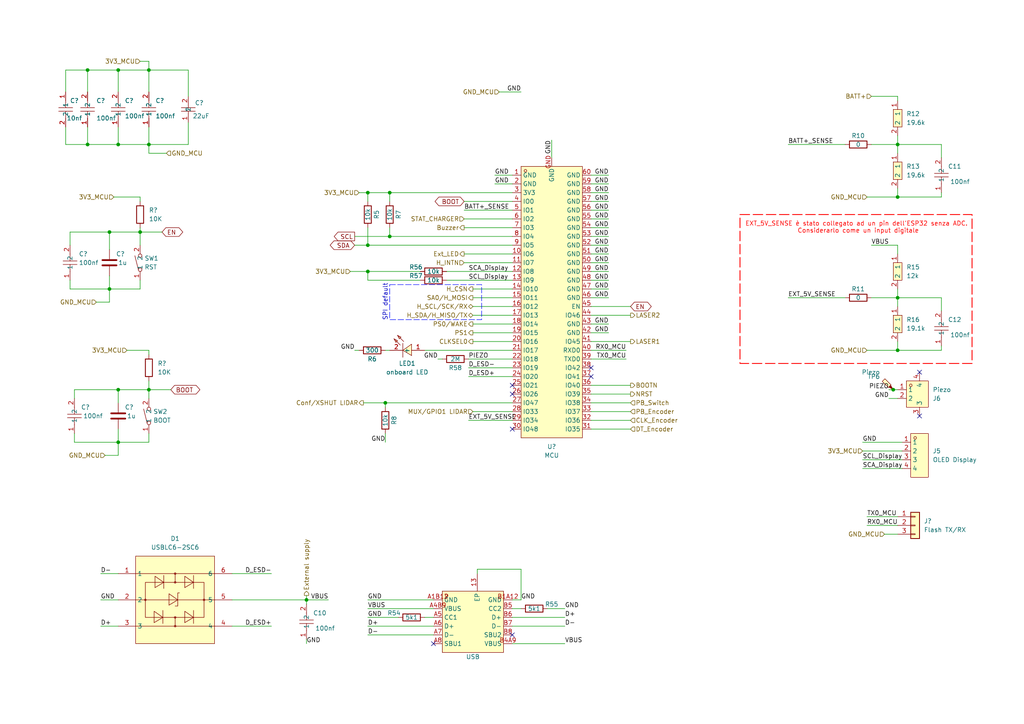
<source format=kicad_sch>
(kicad_sch (version 20250114) (generator "eeschema") (generator_version "9.0")
  (paper "A4")
  (lib_symbols
    (symbol "Connector:TestPoint_Probe" (pin_numbers (hide yes)) (pin_names (offset 0.762) (hide yes))
      (property "Reference" "TP" (at 1.651 5.842 0))
      (property "Value" "TestPoint_Probe" (at 1.651 4.064 0))
      (symbol "TestPoint_Probe_0_1"
        (polyline (pts (xy 1.27 0.762) (xy 0 0) (xy 0.762 1.27) (xy 1.27 0.762)) (fill (type outline)))
        (polyline (pts (xy 1.397 0.635) (xy 0.635 1.397) (xy 2.413 3.175) (xy 3.175 2.413) (xy 1.397 0.635)) (fill (type background)))
      )
      (symbol "TestPoint_Probe_1_1"
        (pin passive line (at 0 0 90) (length 0) (name "1") (number "1"))
      )
    )
    (symbol "Connector_Generic:Conn_01x03" (pin_names (offset 1.016) (hide yes))
      (property "Reference" "J" (at 0 5.08 0))
      (property "Value" "Conn_01x03" (at 0 -5.08 0))
      (symbol "Conn_01x03_1_1"
        (rectangle (start -1.27 3.81) (end 1.27 -3.81) (stroke (width 0.254)) (fill (type background)))
        (rectangle (start -1.27 2.667) (end 0 2.413) (stroke (width 0.1524)))
        (rectangle (start -1.27 0.127) (end 0 -0.127) (stroke (width 0.1524)))
        (rectangle (start -1.27 -2.413) (end 0 -2.667) (stroke (width 0.1524)))
        (pin passive line (at -5.08 2.54 0) (length 3.81) (name "Pin_1") (number "1"))
        (pin passive line (at -5.08 0 0) (length 3.81) (name "Pin_2") (number "2"))
        (pin passive line (at -5.08 -2.54 0) (length 3.81) (name "Pin_3") (number "3"))
      )
    )
    (symbol "Device:C" (pin_numbers (hide yes)) (pin_names (offset 0.254))
      (property "Reference" "C" (at 0.635 2.54 0))
      (property "Value" "C" (at 0.635 -2.54 0))
      (symbol "C_0_1"
        (polyline (pts (xy -2.032 0.762) (xy 2.032 0.762)) (stroke (width 0.508)))
        (polyline (pts (xy -2.032 -0.762) (xy 2.032 -0.762)) (stroke (width 0.508)))
      )
      (symbol "C_1_1"
        (pin passive line (at 0 3.81 270) (length 2.794) (name "~") (number "1"))
        (pin passive line (at 0 -3.81 90) (length 2.794) (name "~") (number "2"))
      )
    )
    (symbol "Device:R" (pin_numbers (hide yes)) (pin_names (offset 0))
      (property "Reference" "R" (at 2.032 0 90))
      (property "Value" "R" (at 0 0 90))
      (symbol "R_0_1"
        (rectangle (start -1.016 -2.54) (end 1.016 2.54) (stroke (width 0.254)))
      )
      (symbol "R_1_1"
        (pin passive line (at 0 3.81 270) (length 1.27) (name "~") (number "1"))
        (pin passive line (at 0 -3.81 90) (length 1.27) (name "~") (number "2"))
      )
    )
    (symbol "FC-2012HRK-620D_1"
      (property "Reference" "LED" (at 0 5.08 0))
      (property "Value" "FC-2012HRK-620D" (at 0 -5.08 0))
      (symbol "FC-2012HRK-620D_1_0_1"
        (polyline (pts (xy -3.81 3.3) (xy -2.79 2.79) (xy -3.3 2.29) (xy -3.81 3.3)) (fill (type background)))
        (polyline (pts (xy -2.79 4.32) (xy -1.78 3.81) (xy -2.29 3.3) (xy -2.79 4.32)) (fill (type background)))
        (polyline (pts (xy -2.03 1.52) (xy -3.81 3.3)))
        (polyline (pts (xy -1.27 2.03) (xy -1.27 -2.03)))
        (polyline (pts (xy -1.02 2.54) (xy -2.79 4.32)))
        (polyline (pts (xy 1.27 -1.52) (xy -1.27 0) (xy 1.27 1.78) (xy 1.27 -1.52)) (fill (type background)))
        (pin unspecified line (at -5.08 0 0) (length 3.81) (name "-") (number "2"))
        (pin unspecified line (at 5.08 0 180) (length 3.81) (name "+") (number "1"))
      )
    )
    (symbol "easyeda2kicad:RT0603BRD07124KL"
      (property "Reference" "U" (at 0 5.08 0))
      (property "Value" "RT0603BRD07124KL" (at 0 -5.08 0))
      (symbol "RT0603BRD07124KL_0_1"
        (rectangle (start -2.54 1.27) (end 2.54 -1.27) (fill (type background)))
        (pin unspecified line (at -5.08 0 0) (length 2.54) (name "1") (number "1"))
        (pin unspecified line (at 5.08 0 180) (length 2.54) (name "2") (number "2"))
      )
    )
    (symbol "easyeda2kicad:RT0603BRD0719K6L"
      (property "Reference" "R" (at 0 5.08 0))
      (property "Value" "RT0603BRD0719K6L" (at 0 -5.08 0))
      (symbol "RT0603BRD0719K6L_0_1"
        (rectangle (start -2.54 1.27) (end 2.54 -1.27) (fill (type background)))
        (pin unspecified line (at -5.08 0 0) (length 2.54) (name "1") (number "1"))
        (pin unspecified line (at 5.08 0 180) (length 2.54) (name "2") (number "2"))
      )
    )
    (symbol "easyeda2kicad:TYPEC-304-ACP16"
      (property "Reference" "USB" (at 0 17.78 0))
      (property "Value" "TYPEC-304-ACP16" (at 0 -12.7 0))
      (symbol "TYPEC-304-ACP16_0_1"
        (rectangle (start -7.62 7.62) (end 10.16 -10.16) (fill (type background)))
        (circle (center -6.35 6.35) (radius 0.38))
        (pin unspecified line (at -10.16 5.08 0) (length 2.54) (name "GND") (number "A1B12"))
        (pin unspecified line (at -10.16 2.54 0) (length 2.54) (name "VBUS") (number "A4B9"))
        (pin unspecified line (at -10.16 0 0) (length 2.54) (name "CC1") (number "A5"))
        (pin unspecified line (at -10.16 -2.54 0) (length 2.54) (name "D+") (number "A6"))
        (pin unspecified line (at -10.16 -5.08 0) (length 2.54) (name "D-") (number "A7"))
        (pin unspecified line (at -10.16 -7.62 0) (length 2.54) (name "SBU1") (number "A8"))
        (pin unspecified line (at 2.54 12.7 270) (length 5.08) (name "EP") (number "13"))
        (pin unspecified line (at 12.7 5.08 180) (length 2.54) (name "GND") (number "B1A12"))
        (pin unspecified line (at 12.7 2.54 180) (length 2.54) (name "CC2") (number "B5"))
        (pin unspecified line (at 12.7 0 180) (length 2.54) (name "D+") (number "B6"))
        (pin unspecified line (at 12.7 -2.54 180) (length 2.54) (name "D-") (number "B7"))
        (pin unspecified line (at 12.7 -5.08 180) (length 2.54) (name "SBU2") (number "B8"))
        (pin unspecified line (at 12.7 -7.62 180) (length 2.54) (name "VBUS") (number "B4A9"))
      )
    )
    (symbol "easyeda2kicad:UK-B0273-SP25Y"
      (property "Reference" "SW" (at 0 5.08 0))
      (property "Value" "UK-B0273-SP25Y" (at 0 -5.08 0))
      (symbol "UK-B0273-SP25Y_0_1"
        (circle (center -2.03 0) (radius 0.51))
        (polyline (pts (xy 2.03 1.52) (xy -2.03 0.51)))
        (circle (center 2.03 0) (radius 0.51))
        (pin unspecified line (at -5.08 0 0) (length 2.54) (name "1") (number "1"))
        (pin unspecified line (at 5.08 0 180) (length 2.54) (name "2") (number "2"))
      )
    )
    (symbol "easyeda2kicad:WAFER-MX1.25-2PWB"
      (property "Reference" "U" (at 0 11.43 0))
      (property "Value" "WAFER-MX1.25-2PWB" (at 0 -11.43 0))
      (symbol "WAFER-MX1.25-2PWB_0_1"
        (rectangle (start -1.27 3.81) (end 5.08 -3.81) (fill (type background)))
        (circle (center 0 2.54) (radius 0.38))
        (pin unspecified line (at -3.81 1.27 0) (length 2.54) (name "1") (number "1"))
        (pin unspecified line (at -3.81 -1.27 0) (length 2.54) (name "2") (number "2"))
        (pin unspecified line (at 2.54 6.35 270) (length 2.54) (name "4") (number "4"))
        (pin unspecified line (at 2.54 -6.35 90) (length 2.54) (name "3") (number "3"))
      )
    )
    (symbol "easyeda2kicad:WAFER-MX1.25-4PZZ-R62"
      (property "Reference" "CN" (at 0 8.89 0))
      (property "Value" "WAFER-MX1.25-4PZZ-R62" (at 0 -8.89 0))
      (symbol "WAFER-MX1.25-4PZZ-R62_0_1"
        (rectangle (start -2.54 6.35) (end 2.54 -6.35) (fill (type background)))
        (circle (center -1.27 5.08) (radius 0.38))
        (pin unspecified line (at -5.08 3.81 0) (length 2.54) (name "1") (number "1"))
        (pin unspecified line (at -5.08 1.27 0) (length 2.54) (name "2") (number "2"))
        (pin unspecified line (at -5.08 -1.27 0) (length 2.54) (name "3") (number "3"))
        (pin unspecified line (at -5.08 -3.81 0) (length 2.54) (name "4") (number "4"))
      )
    )
    (symbol "jlcpcb_parts:CC0603KRX7R9BB104"
      (property "Reference" "C" (at 0 5.08 0))
      (property "Value" "CC0603KRX7R9BB104" (at 0 -5.08 0))
      (symbol "CC0603KRX7R9BB104_0_1"
        (polyline (pts (xy -0.51 0) (xy -2.54 0)))
        (polyline (pts (xy -0.51 -2.03) (xy -0.51 2.03)))
        (polyline (pts (xy 0.51 2.03) (xy 0.51 -2.03)))
        (polyline (pts (xy 2.54 0) (xy 0.51 0)))
        (pin unspecified line (at -5.08 0 0) (length 2.54) (name "1") (number "1"))
        (pin unspecified line (at 5.08 0 180) (length 2.54) (name "2") (number "2"))
      )
    )
    (symbol "jlcpcb_parts:CL31A226KAHNNNE"
      (property "Reference" "C" (at 0 5.08 0))
      (property "Value" "CL31A226KAHNNNE" (at 0 -5.08 0))
      (symbol "CL31A226KAHNNNE_0_1"
        (polyline (pts (xy -1.27 0) (xy -0.51 0)))
        (polyline (pts (xy -0.51 2.03) (xy -0.51 -2.03)))
        (polyline (pts (xy 0.51 2.03) (xy 0.51 -2.03)))
        (polyline (pts (xy 0.51 0) (xy 1.27 0)))
        (pin input line (at -3.81 0 0) (length 2.54) (name "1") (number "1"))
        (pin input line (at 3.81 0 180) (length 2.54) (name "2") (number "2"))
      )
    )
    (symbol "jlcpcb_parts:ESP32-S3-MINI-1-N4R2"
      (property "Reference" "U" (at 0 45.72 0))
      (property "Value" "ESP32-S3-MINI-1-N4R2" (at 0 -43.18 0))
      (symbol "ESP32-S3-MINI-1-N4R2_0_1"
        (rectangle (start -8.89 38.1) (end 8.89 -40.64) (fill (type background)))
        (circle (center -7.62 36.83) (radius 0.38))
        (pin unspecified line (at -11.43 35.56 0) (length 2.54) (name "GND") (number "1"))
        (pin unspecified line (at -11.43 33.02 0) (length 2.54) (name "GND") (number "2"))
        (pin unspecified line (at -11.43 30.48 0) (length 2.54) (name "3V3") (number "3"))
        (pin unspecified line (at -11.43 27.94 0) (length 2.54) (name "IO0") (number "4"))
        (pin unspecified line (at -11.43 25.4 0) (length 2.54) (name "IO1") (number "5"))
        (pin unspecified line (at -11.43 22.86 0) (length 2.54) (name "IO2") (number "6"))
        (pin unspecified line (at -11.43 20.32 0) (length 2.54) (name "IO3") (number "7"))
        (pin unspecified line (at -11.43 17.78 0) (length 2.54) (name "IO4") (number "8"))
        (pin unspecified line (at -11.43 15.24 0) (length 2.54) (name "IO5") (number "9"))
        (pin unspecified line (at -11.43 12.7 0) (length 2.54) (name "IO6") (number "10"))
        (pin unspecified line (at -11.43 10.16 0) (length 2.54) (name "IO7") (number "11"))
        (pin unspecified line (at -11.43 7.62 0) (length 2.54) (name "IO8") (number "12"))
        (pin unspecified line (at -11.43 5.08 0) (length 2.54) (name "IO9") (number "13"))
        (pin unspecified line (at -11.43 2.54 0) (length 2.54) (name "IO10") (number "14"))
        (pin unspecified line (at -11.43 0 0) (length 2.54) (name "IO11") (number "15"))
        (pin unspecified line (at -11.43 -2.54 0) (length 2.54) (name "IO12") (number "16"))
        (pin unspecified line (at -11.43 -5.08 0) (length 2.54) (name "IO13") (number "17"))
        (pin unspecified line (at -11.43 -7.62 0) (length 2.54) (name "IO14") (number "18"))
        (pin unspecified line (at -11.43 -10.16 0) (length 2.54) (name "IO15") (number "19"))
        (pin unspecified line (at -11.43 -12.7 0) (length 2.54) (name "IO16") (number "20"))
        (pin unspecified line (at -11.43 -15.24 0) (length 2.54) (name "IO17") (number "21"))
        (pin unspecified line (at -11.43 -17.78 0) (length 2.54) (name "IO18") (number "22"))
        (pin unspecified line (at -11.43 -20.32 0) (length 2.54) (name "IO19") (number "23"))
        (pin unspecified line (at -11.43 -22.86 0) (length 2.54) (name "IO20") (number "24"))
        (pin unspecified line (at -11.43 -25.4 0) (length 2.54) (name "IO21") (number "25"))
        (pin unspecified line (at -11.43 -27.94 0) (length 2.54) (name "IO26") (number "26"))
        (pin unspecified line (at -11.43 -30.48 0) (length 2.54) (name "IO47") (number "27"))
        (pin unspecified line (at -11.43 -33.02 0) (length 2.54) (name "IO33") (number "28"))
        (pin unspecified line (at -11.43 -35.56 0) (length 2.54) (name "IO34") (number "29"))
        (pin unspecified line (at -11.43 -38.1 0) (length 2.54) (name "IO48") (number "30"))
        (pin unspecified line (at 0 40.64 270) (length 2.54) (name "GND") (number "GND"))
        (pin unspecified line (at 11.43 35.56 180) (length 2.54) (name "GND") (number "60"))
        (pin unspecified line (at 11.43 33.02 180) (length 2.54) (name "GND") (number "59"))
        (pin unspecified line (at 11.43 30.48 180) (length 2.54) (name "GND") (number "58"))
        (pin unspecified line (at 11.43 27.94 180) (length 2.54) (name "GND") (number "57"))
        (pin unspecified line (at 11.43 25.4 180) (length 2.54) (name "GND") (number "56"))
        (pin unspecified line (at 11.43 22.86 180) (length 2.54) (name "GND") (number "55"))
        (pin unspecified line (at 11.43 20.32 180) (length 2.54) (name "GND") (number "54"))
        (pin unspecified line (at 11.43 17.78 180) (length 2.54) (name "GND") (number "53"))
        (pin unspecified line (at 11.43 15.24 180) (length 2.54) (name "GND") (number "52"))
        (pin unspecified line (at 11.43 12.7 180) (length 2.54) (name "GND") (number "51"))
        (pin unspecified line (at 11.43 10.16 180) (length 2.54) (name "GND") (number "50"))
        (pin unspecified line (at 11.43 7.62 180) (length 2.54) (name "GND") (number "49"))
        (pin unspecified line (at 11.43 5.08 180) (length 2.54) (name "GND") (number "48"))
        (pin unspecified line (at 11.43 2.54 180) (length 2.54) (name "GND") (number "47"))
        (pin unspecified line (at 11.43 0 180) (length 2.54) (name "GND") (number "46"))
        (pin unspecified line (at 11.43 -2.54 180) (length 2.54) (name "EN") (number "45"))
        (pin unspecified line (at 11.43 -5.08 180) (length 2.54) (name "IO46") (number "44"))
        (pin unspecified line (at 11.43 -7.62 180) (length 2.54) (name "GND") (number "43"))
        (pin unspecified line (at 11.43 -10.16 180) (length 2.54) (name "GND") (number "42"))
        (pin unspecified line (at 11.43 -12.7 180) (length 2.54) (name "IO45") (number "41"))
        (pin unspecified line (at 11.43 -15.24 180) (length 2.54) (name "RXD0") (number "40"))
        (pin unspecified line (at 11.43 -17.78 180) (length 2.54) (name "TXD0") (number "39"))
        (pin unspecified line (at 11.43 -20.32 180) (length 2.54) (name "IO42") (number "38"))
        (pin unspecified line (at 11.43 -22.86 180) (length 2.54) (name "IO41") (number "37"))
        (pin unspecified line (at 11.43 -25.4 180) (length 2.54) (name "IO40") (number "36"))
        (pin unspecified line (at 11.43 -27.94 180) (length 2.54) (name "IO39") (number "35"))
        (pin unspecified line (at 11.43 -30.48 180) (length 2.54) (name "IO38") (number "34"))
        (pin unspecified line (at 11.43 -33.02 180) (length 2.54) (name "IO37") (number "33"))
        (pin unspecified line (at 11.43 -35.56 180) (length 2.54) (name "IO36") (number "32"))
        (pin unspecified line (at 11.43 -38.1 180) (length 2.54) (name "IO35") (number "31"))
      )
    )
    (symbol "jlcpcb_parts:USBLC6-2SC6"
      (property "Reference" "D" (at 0 12.7 0))
      (property "Value" "USBLC6-2SC6" (at 0 -12.7 0))
      (symbol "USBLC6-2SC6_0_1"
        (rectangle (start -11.43 12.7) (end 11.43 -12.7) (fill (type background)))
        (polyline (pts (xy -11.43 7.62) (xy 11.43 7.62)))
        (polyline (pts (xy -11.43 0) (xy 11.43 0)))
        (polyline (pts (xy -11.43 -7.62) (xy 11.43 -7.62)))
        (circle (center -8.64 0) (radius 0.25))
        (polyline (pts (xy -8.64 0) (xy -8.64 5.08) (xy 8.38 5.08) (xy 8.38 -5.08) (xy -8.64 -5.08) (xy -8.64 0)) (fill (type background)))
        (polyline (pts (xy -6.1 -6.6) (xy -3.56 -5.08) (xy -6.1 -3.3) (xy -6.1 -6.6)) (fill (type background)))
        (polyline (pts (xy -5.84 3.56) (xy -3.3 5.08) (xy -5.84 6.86) (xy -5.84 3.56)) (fill (type background)))
        (polyline (pts (xy -3.56 -3.05) (xy -3.56 -3.05) (xy -3.56 -6.86) (xy -3.56 -6.86)))
        (polyline (pts (xy -3.3 7.11) (xy -3.3 7.11) (xy -3.3 3.3) (xy -3.3 3.3)))
        (polyline (pts (xy -1.78 -1.52) (xy 0.76 0) (xy -1.78 1.78) (xy -1.78 -1.52)) (fill (type background)))
        (circle (center 0 7.62) (radius 0.25))
        (polyline (pts (xy 0 7.62) (xy 0 5.08)))
        (circle (center 0 5.08) (radius 0.25))
        (circle (center 0 -5.08) (radius 0.25))
        (polyline (pts (xy 0 -7.62) (xy 0 -5.08)))
        (circle (center 0 -7.62) (radius 0.25))
        (polyline (pts (xy 1.27 2.03) (xy 0.76 2.03) (xy 0.76 -1.78) (xy 0 -1.78)))
        (polyline (pts (xy 2.79 3.56) (xy 5.33 5.08) (xy 2.79 6.86) (xy 2.79 3.56)) (fill (type background)))
        (polyline (pts (xy 2.79 -6.6) (xy 5.33 -5.08) (xy 2.79 -3.3) (xy 2.79 -6.6)) (fill (type background)))
        (polyline (pts (xy 5.33 7.11) (xy 5.33 7.11) (xy 5.33 3.3) (xy 5.33 3.3)))
        (polyline (pts (xy 5.33 -3.05) (xy 5.33 -3.05) (xy 5.33 -6.86) (xy 5.33 -6.86)))
        (circle (center 8.38 0) (radius 0.25))
        (pin input line (at -16.51 7.62 0) (length 5.08) (name "1") (number "1"))
        (pin input line (at -16.51 0 0) (length 5.08) (name "2") (number "2"))
        (pin input line (at -16.51 -7.62 0) (length 5.08) (name "3") (number "3"))
        (pin input line (at 16.51 7.62 180) (length 5.08) (name "6") (number "6"))
        (pin input line (at 16.51 0 180) (length 5.08) (name "5") (number "5"))
        (pin input line (at 16.51 -7.62 180) (length 5.08) (name "4") (number "4"))
      )
    )
  )
  (text "SPI default" (at 111.76 87.63 90) (effects (font (size 1.27 1.27))))
  (text "EXT_5V_SENSE è stato collegato ad un pin dell'ESP32 senza ADC. \nConsiderarlo come un input digitale" (at 248.92 66.04 0) (effects (font (size 1.27 1.27))))
  (text_box "" (at 214.63 62.23 0) (size 67.31 43.18) (margins 0.9525 0.9525 0.9525 0.9525) (stroke (width 0.254) (type dash) (color 255 0 0 1)) (effects (font (size 1.27 1.27)) (justify left top)))
  (text_box "" (at 113.03 82.55 0) (size 26.67 10.16) (margins 0.9525 0.9525 0.9525 0.9525) (stroke (width 0) (type dash) (color 0 7 255 1)) (effects (font (size 1.27 1.27)) (justify left top)))
  (junction (at 113.03 68.58))
  (junction (at 111.76 116.84))
  (junction (at 34.29 113.03))
  (junction (at 259.08 113.03))
  (junction (at 43.18 41.91))
  (junction (at 25.4 41.91))
  (junction (at 31.75 83.82))
  (junction (at 43.18 113.03))
  (junction (at 260.35 86.36))
  (junction (at 113.03 55.88))
  (junction (at 88.9 173.99))
  (junction (at 106.68 71.12))
  (junction (at 260.35 41.91))
  (junction (at 34.29 41.91))
  (junction (at 43.18 20.32))
  (junction (at 106.68 55.88))
  (junction (at 31.75 67.31))
  (junction (at 34.29 20.32))
  (junction (at 106.68 78.74))
  (junction (at 40.64 67.31))
  (junction (at 34.29 128.27))
  (junction (at 260.35 101.6))
  (junction (at 260.35 57.15))
  (junction (at 25.4 20.32))
  (no_connect (at 148.59 124.46))
  (no_connect (at 171.45 106.68))
  (no_connect (at 125.73 186.69))
  (no_connect (at 148.59 184.15))
  (no_connect (at 148.59 111.76))
  (no_connect (at 266.7 120.65))
  (no_connect (at 171.45 109.22))
  (no_connect (at 266.7 107.95))
  (no_connect (at 148.59 114.3))
  (wire (pts (xy 25.4 41.91) (xy 34.29 41.91)))
  (wire (pts (xy 251.46 57.15) (xy 260.35 57.15)))
  (wire (pts (xy 106.68 55.88) (xy 106.68 58.42)))
  (wire (pts (xy 34.29 36.83) (xy 34.29 41.91)))
  (wire (pts (xy 34.29 20.32) (xy 34.29 26.67)))
  (wire (pts (xy 29.21 173.99) (xy 34.29 173.99)))
  (wire (pts (xy 43.18 36.83) (xy 43.18 41.91)))
  (wire (pts (xy 101.6 78.74) (xy 106.68 78.74)))
  (wire (pts (xy 129.54 81.28) (xy 148.59 81.28)))
  (wire (pts (xy 33.02 57.15) (xy 40.64 57.15)))
  (wire (pts (xy 135.89 104.14) (xy 148.59 104.14)))
  (wire (pts (xy 273.05 100.33) (xy 273.05 101.6)))
  (wire (pts (xy 40.64 67.31) (xy 46.99 67.31)))
  (wire (pts (xy 135.89 106.68) (xy 148.59 106.68)))
  (wire (pts (xy 19.05 26.67) (xy 19.05 20.32)))
  (wire (pts (xy 34.29 41.91) (xy 43.18 41.91)))
  (wire (pts (xy 88.9 173.99) (xy 95.25 173.99)))
  (wire (pts (xy 88.9 172.72) (xy 88.9 173.99)))
  (wire (pts (xy 20.32 67.31) (xy 31.75 67.31)))
  (wire (pts (xy 21.59 128.27) (xy 21.59 125.73)))
  (wire (pts (xy 250.19 135.89) (xy 261.62 135.89)))
  (wire (pts (xy 31.75 80.01) (xy 31.75 83.82)))
  (wire (pts (xy 260.35 27.94) (xy 260.35 29.21)))
  (wire (pts (xy 171.45 124.46) (xy 182.88 124.46)))
  (wire (pts (xy 137.16 119.38) (xy 148.59 119.38)))
  (wire (pts (xy 260.35 83.82) (xy 260.35 86.36)))
  (wire (pts (xy 134.62 73.66) (xy 148.59 73.66)))
  (wire (pts (xy 40.64 81.28) (xy 40.64 83.82)))
  (wire (pts (xy 111.76 125.73) (xy 111.76 128.27)))
  (wire (pts (xy 176.53 76.2) (xy 171.45 76.2)))
  (wire (pts (xy 30.48 132.08) (xy 34.29 132.08)))
  (wire (pts (xy 25.4 26.67) (xy 25.4 20.32)))
  (wire (pts (xy 273.05 55.88) (xy 273.05 57.15)))
  (wire (pts (xy 134.62 60.96) (xy 148.59 60.96)))
  (wire (pts (xy 34.29 116.84) (xy 34.29 113.03)))
  (wire (pts (xy 27.94 87.63) (xy 31.75 87.63)))
  (wire (pts (xy 40.64 67.31) (xy 40.64 66.04)))
  (wire (pts (xy 250.19 130.81) (xy 261.62 130.81)))
  (wire (pts (xy 273.05 86.36) (xy 273.05 90.17)))
  (wire (pts (xy 260.35 99.06) (xy 260.35 101.6)))
  (wire (pts (xy 176.53 96.52) (xy 171.45 96.52)))
  (wire (pts (xy 137.16 86.36) (xy 148.59 86.36)))
  (wire (pts (xy 106.68 81.28) (xy 106.68 78.74)))
  (wire (pts (xy 260.35 71.12) (xy 260.35 73.66)))
  (wire (pts (xy 19.05 36.83) (xy 19.05 41.91)))
  (wire (pts (xy 260.35 57.15) (xy 273.05 57.15)))
  (wire (pts (xy 106.68 179.07) (xy 115.57 179.07)))
  (wire (pts (xy 144.78 26.67) (xy 151.13 26.67)))
  (wire (pts (xy 29.21 181.61) (xy 34.29 181.61)))
  (wire (pts (xy 137.16 88.9) (xy 148.59 88.9)))
  (wire (pts (xy 135.89 121.92) (xy 148.59 121.92)))
  (wire (pts (xy 182.88 91.44) (xy 171.45 91.44)))
  (wire (pts (xy 29.21 166.37) (xy 34.29 166.37)))
  (wire (pts (xy 176.53 71.12) (xy 171.45 71.12)))
  (wire (pts (xy 181.61 104.14) (xy 171.45 104.14)))
  (wire (pts (xy 129.54 78.74) (xy 148.59 78.74)))
  (wire (pts (xy 176.53 58.42) (xy 171.45 58.42)))
  (wire (pts (xy 25.4 36.83) (xy 25.4 41.91)))
  (wire (pts (xy 171.45 116.84) (xy 182.88 116.84)))
  (wire (pts (xy 138.43 165.1) (xy 151.13 165.1)))
  (wire (pts (xy 148.59 181.61) (xy 163.83 181.61)))
  (wire (pts (xy 43.18 113.03) (xy 49.53 113.03)))
  (wire (pts (xy 252.73 86.36) (xy 260.35 86.36)))
  (wire (pts (xy 251.46 101.6) (xy 260.35 101.6)))
  (wire (pts (xy 138.43 166.37) (xy 138.43 165.1)))
  (wire (pts (xy 102.87 68.58) (xy 113.03 68.58)))
  (wire (pts (xy 163.83 176.53) (xy 158.75 176.53)))
  (wire (pts (xy 252.73 71.12) (xy 260.35 71.12)))
  (wire (pts (xy 31.75 67.31) (xy 40.64 67.31)))
  (wire (pts (xy 106.68 71.12) (xy 148.59 71.12)))
  (wire (pts (xy 54.61 41.91) (xy 54.61 35.56)))
  (wire (pts (xy 123.19 179.07) (xy 125.73 179.07)))
  (wire (pts (xy 106.68 55.88) (xy 113.03 55.88)))
  (wire (pts (xy 31.75 72.39) (xy 31.75 67.31)))
  (wire (pts (xy 40.64 17.78) (xy 43.18 17.78)))
  (wire (pts (xy 88.9 186.69) (xy 88.9 185.42)))
  (wire (pts (xy 143.51 50.8) (xy 148.59 50.8)))
  (wire (pts (xy 176.53 55.88) (xy 171.45 55.88)))
  (wire (pts (xy 251.46 152.4) (xy 260.35 152.4)))
  (wire (pts (xy 34.29 128.27) (xy 43.18 128.27)))
  (wire (pts (xy 273.05 41.91) (xy 273.05 45.72)))
  (wire (pts (xy 137.16 96.52) (xy 148.59 96.52)))
  (wire (pts (xy 134.62 66.04) (xy 148.59 66.04)))
  (wire (pts (xy 43.18 125.73) (xy 43.18 128.27)))
  (wire (pts (xy 40.64 83.82) (xy 31.75 83.82)))
  (wire (pts (xy 19.05 41.91) (xy 25.4 41.91)))
  (wire (pts (xy 148.59 173.99) (xy 151.13 173.99)))
  (wire (pts (xy 260.35 54.61) (xy 260.35 57.15)))
  (wire (pts (xy 260.35 41.91) (xy 273.05 41.91)))
  (wire (pts (xy 176.53 73.66) (xy 171.45 73.66)))
  (wire (pts (xy 113.03 55.88) (xy 148.59 55.88)))
  (wire (pts (xy 104.14 55.88) (xy 106.68 55.88)))
  (wire (pts (xy 106.68 176.53) (xy 125.73 176.53)))
  (wire (pts (xy 137.16 91.44) (xy 148.59 91.44)))
  (wire (pts (xy 19.05 20.32) (xy 25.4 20.32)))
  (wire (pts (xy 21.59 128.27) (xy 34.29 128.27)))
  (wire (pts (xy 36.83 101.6) (xy 43.18 101.6)))
  (wire (pts (xy 260.35 86.36) (xy 260.35 88.9)))
  (wire (pts (xy 106.68 78.74) (xy 121.92 78.74)))
  (wire (pts (xy 134.62 58.42) (xy 148.59 58.42)))
  (wire (pts (xy 34.29 124.46) (xy 34.29 128.27)))
  (wire (pts (xy 43.18 41.91) (xy 54.61 41.91)))
  (wire (pts (xy 43.18 101.6) (xy 43.18 102.87)))
  (wire (pts (xy 245.11 41.91) (xy 228.6 41.91)))
  (wire (pts (xy 102.87 71.12) (xy 106.68 71.12)))
  (wire (pts (xy 245.11 86.36) (xy 228.6 86.36)))
  (wire (pts (xy 176.53 68.58) (xy 171.45 68.58)))
  (wire (pts (xy 34.29 20.32) (xy 43.18 20.32)))
  (wire (pts (xy 134.62 63.5) (xy 148.59 63.5)))
  (wire (pts (xy 43.18 41.91) (xy 43.18 44.45)))
  (wire (pts (xy 176.53 63.5) (xy 171.45 63.5)))
  (wire (pts (xy 111.76 101.6) (xy 113.03 101.6)))
  (wire (pts (xy 176.53 50.8) (xy 171.45 50.8)))
  (wire (pts (xy 106.68 66.04) (xy 106.68 71.12)))
  (wire (pts (xy 176.53 78.74) (xy 171.45 78.74)))
  (wire (pts (xy 102.87 101.6) (xy 104.14 101.6)))
  (wire (pts (xy 106.68 184.15) (xy 125.73 184.15)))
  (wire (pts (xy 78.74 166.37) (xy 67.31 166.37)))
  (wire (pts (xy 134.62 76.2) (xy 148.59 76.2)))
  (wire (pts (xy 176.53 81.28) (xy 171.45 81.28)))
  (wire (pts (xy 182.88 88.9) (xy 171.45 88.9)))
  (wire (pts (xy 54.61 27.94) (xy 54.61 20.32)))
  (wire (pts (xy 171.45 119.38) (xy 182.88 119.38)))
  (wire (pts (xy 113.03 58.42) (xy 113.03 55.88)))
  (wire (pts (xy 252.73 27.94) (xy 260.35 27.94)))
  (wire (pts (xy 20.32 81.28) (xy 20.32 83.82)))
  (wire (pts (xy 260.35 113.03) (xy 259.08 113.03)))
  (wire (pts (xy 250.19 133.35) (xy 261.62 133.35)))
  (wire (pts (xy 135.89 109.22) (xy 148.59 109.22)))
  (wire (pts (xy 260.35 86.36) (xy 273.05 86.36)))
  (wire (pts (xy 143.51 53.34) (xy 148.59 53.34)))
  (wire (pts (xy 88.9 173.99) (xy 88.9 175.26)))
  (wire (pts (xy 148.59 179.07) (xy 163.83 179.07)))
  (wire (pts (xy 31.75 83.82) (xy 31.75 87.63)))
  (wire (pts (xy 151.13 176.53) (xy 148.59 176.53)))
  (wire (pts (xy 40.64 57.15) (xy 40.64 58.42)))
  (wire (pts (xy 20.32 83.82) (xy 31.75 83.82)))
  (wire (pts (xy 48.26 44.45) (xy 43.18 44.45)))
  (wire (pts (xy 250.19 128.27) (xy 261.62 128.27)))
  (wire (pts (xy 21.59 113.03) (xy 21.59 115.57)))
  (wire (pts (xy 121.92 81.28) (xy 106.68 81.28)))
  (wire (pts (xy 127 104.14) (xy 128.27 104.14)))
  (wire (pts (xy 34.29 113.03) (xy 43.18 113.03)))
  (wire (pts (xy 151.13 165.1) (xy 151.13 173.99)))
  (wire (pts (xy 43.18 113.03) (xy 43.18 115.57)))
  (wire (pts (xy 176.53 83.82) (xy 171.45 83.82)))
  (wire (pts (xy 148.59 116.84) (xy 111.76 116.84)))
  (wire (pts (xy 182.88 121.92) (xy 171.45 121.92)))
  (wire (pts (xy 171.45 114.3) (xy 182.88 114.3)))
  (wire (pts (xy 111.76 116.84) (xy 111.76 118.11)))
  (wire (pts (xy 259.08 113.03) (xy 257.81 113.03)))
  (wire (pts (xy 106.68 181.61) (xy 125.73 181.61)))
  (wire (pts (xy 176.53 93.98) (xy 171.45 93.98)))
  (wire (pts (xy 54.61 20.32) (xy 43.18 20.32)))
  (wire (pts (xy 160.02 40.64) (xy 160.02 45.72)))
  (wire (pts (xy 43.18 113.03) (xy 43.18 110.49)))
  (wire (pts (xy 137.16 99.06) (xy 148.59 99.06)))
  (wire (pts (xy 137.16 83.82) (xy 148.59 83.82)))
  (wire (pts (xy 113.03 66.04) (xy 113.03 68.58)))
  (wire (pts (xy 43.18 17.78) (xy 43.18 20.32)))
  (wire (pts (xy 21.59 113.03) (xy 34.29 113.03)))
  (wire (pts (xy 78.74 181.61) (xy 67.31 181.61)))
  (wire (pts (xy 34.29 132.08) (xy 34.29 128.27)))
  (wire (pts (xy 111.76 116.84) (xy 105.41 116.84)))
  (wire (pts (xy 251.46 149.86) (xy 260.35 149.86)))
  (wire (pts (xy 260.35 115.57) (xy 257.81 115.57)))
  (wire (pts (xy 176.53 86.36) (xy 171.45 86.36)))
  (wire (pts (xy 67.31 173.99) (xy 88.9 173.99)))
  (wire (pts (xy 137.16 93.98) (xy 148.59 93.98)))
  (wire (pts (xy 20.32 71.12) (xy 20.32 67.31)))
  (wire (pts (xy 176.53 60.96) (xy 171.45 60.96)))
  (wire (pts (xy 181.61 101.6) (xy 171.45 101.6)))
  (wire (pts (xy 260.35 101.6) (xy 273.05 101.6)))
  (wire (pts (xy 113.03 68.58) (xy 148.59 68.58)))
  (wire (pts (xy 25.4 20.32) (xy 34.29 20.32)))
  (wire (pts (xy 171.45 111.76) (xy 182.88 111.76)))
  (wire (pts (xy 43.18 20.32) (xy 43.18 26.67)))
  (wire (pts (xy 260.35 39.37) (xy 260.35 41.91)))
  (wire (pts (xy 176.53 53.34) (xy 171.45 53.34)))
  (wire (pts (xy 256.54 154.94) (xy 260.35 154.94)))
  (wire (pts (xy 40.64 67.31) (xy 40.64 71.12)))
  (wire (pts (xy 252.73 41.91) (xy 260.35 41.91)))
  (wire (pts (xy 123.19 101.6) (xy 148.59 101.6)))
  (wire (pts (xy 176.53 66.04) (xy 171.45 66.04)))
  (wire (pts (xy 260.35 41.91) (xy 260.35 44.45)))
  (wire (pts (xy 106.68 173.99) (xy 125.73 173.99)))
  (wire (pts (xy 182.88 99.06) (xy 171.45 99.06)))
  (wire (pts (xy 148.59 186.69) (xy 163.83 186.69)))
  (label "EXT_5V_SENSE" (at 135.89 121.92 0))
  (label "D+" (at 106.68 181.61 0))
  (label "GND" (at 250.19 128.27 0))
  (label "GND" (at 176.53 63.5 180))
  (label "GND" (at 151.13 173.99 0))
  (label "VBUS" (at 163.83 186.69 0))
  (label "VBUS" (at 106.68 176.53 0))
  (label "BATT+_SENSE" (at 134.62 60.96 0))
  (label "GND" (at 176.53 73.66 180))
  (label "RX0_MCU" (at 181.61 101.6 180))
  (label "GND" (at 176.53 53.34 180))
  (label "GND" (at 111.76 128.27 180))
  (label "GND" (at 176.53 93.98 180))
  (label "SCL_Display" (at 135.89 81.28 0))
  (label "GND" (at 106.68 179.07 0))
  (label "GND" (at 176.53 60.96 180))
  (label "GND" (at 102.87 101.6 180))
  (label "GND" (at 160.02 40.64 270))
  (label "GND" (at 176.53 81.28 180))
  (label "EXT_5V_SENSE" (at 228.6 86.36 0))
  (label "GND" (at 143.51 50.8 0))
  (label "GND" (at 176.53 83.82 180))
  (label "PIEZO" (at 257.81 113.03 180))
  (label "SCA_Display" (at 250.19 135.89 0))
  (label "D-" (at 163.83 181.61 0))
  (label "D-" (at 106.68 184.15 0))
  (label "GND" (at 163.83 176.53 0))
  (label "VBUS" (at 95.25 173.99 180))
  (label "GND" (at 151.13 26.67 180))
  (label "RX0_MCU" (at 251.46 152.4 0))
  (label "GND" (at 176.53 50.8 180))
  (label "D+" (at 29.21 181.61 0))
  (label "GND" (at 176.53 96.52 180))
  (label "SCA_Display" (at 135.89 78.74 0))
  (label "GND" (at 143.51 53.34 0))
  (label "GND" (at 88.9 186.69 0))
  (label "D-" (at 29.21 166.37 0))
  (label "GND" (at 176.53 55.88 180))
  (label "D_ESD-" (at 135.89 106.68 0))
  (label "D+" (at 163.83 179.07 0))
  (label "PIEZO" (at 135.89 104.14 0))
  (label "TX0_MCU" (at 181.61 104.14 180))
  (label "GND" (at 29.21 173.99 0))
  (label "D_ESD+" (at 135.89 109.22 0))
  (label "TX0_MCU" (at 251.46 149.86 0))
  (label "GND" (at 176.53 58.42 180))
  (label "GND" (at 257.81 115.57 180))
  (label "GND" (at 106.68 173.99 0))
  (label "GND" (at 176.53 71.12 180))
  (label "GND" (at 176.53 66.04 180))
  (label "VBUS" (at 252.73 71.12 0))
  (label "D_ESD+" (at 78.74 181.61 180))
  (label "BATT+_SENSE" (at 228.6 41.91 0))
  (label "SCL_Display" (at 250.19 133.35 0))
  (label "GND" (at 176.53 68.58 180))
  (label "GND" (at 176.53 76.2 180))
  (label "GND" (at 176.53 78.74 180))
  (label "D_ESD-" (at 78.74 166.37 180))
  (label "GND" (at 127 104.14 180))
  (label "GND" (at 176.53 86.36 180))
  (global_label "SCL" (shape output) (at 102.87 68.58 180) (property "Intersheetrefs" "${INTERSHEET_REFS}" (effects (hide yes))))
  (global_label "EN" (shape bidirectional) (at 182.88 88.9 0) (property "Intersheetrefs" "${INTERSHEET_REFS}" (effects (hide yes))))
  (global_label "EN" (shape bidirectional) (at 46.99 67.31 0) (property "Intersheetrefs" "${INTERSHEET_REFS}" (effects (hide yes))))
  (global_label "BOOT" (shape bidirectional) (at 134.62 58.42 180) (property "Intersheetrefs" "${INTERSHEET_REFS}" (effects (hide yes))))
  (global_label "SDA" (shape bidirectional) (at 102.87 71.12 180) (property "Intersheetrefs" "${INTERSHEET_REFS}" (effects (hide yes))))
  (global_label "BOOT" (shape bidirectional) (at 49.53 113.03 0) (property "Intersheetrefs" "${INTERSHEET_REFS}" (effects (hide yes))))
  (hierarchical_label "3V3_MCU" (shape input) (at 104.14 55.88 180) (effects (font (thickness 0.1588))))
  (hierarchical_label "Ext_LED" (shape output) (at 134.62 73.66 180))
  (hierarchical_label "H_SCL{slash}SCK{slash}RX" (shape bidirectional) (at 137.16 88.9 180))
  (hierarchical_label "PB_Switch" (shape input) (at 182.88 116.84 0))
  (hierarchical_label "GND_MCU" (shape input) (at 251.46 57.15 180) (effects (font (thickness 0.1588))))
  (hierarchical_label "BOOTN" (shape output) (at 182.88 111.76 0))
  (hierarchical_label "3V3_MCU" (shape input) (at 101.6 78.74 180) (effects (font (thickness 0.1588))))
  (hierarchical_label "H_CSN" (shape output) (at 137.16 83.82 180))
  (hierarchical_label "SA0{slash}H_MOSI" (shape output) (at 137.16 86.36 180))
  (hierarchical_label "External supply" (shape output) (at 88.9 172.72 90))
  (hierarchical_label "NRST" (shape output) (at 182.88 114.3 0))
  (hierarchical_label "LASER1" (shape output) (at 182.88 99.06 0))
  (hierarchical_label "PS0{slash}WAKE" (shape output) (at 137.16 93.98 180))
  (hierarchical_label "LASER2" (shape output) (at 182.88 91.44 0))
  (hierarchical_label "DT_Encoder" (shape input) (at 182.88 124.46 0))
  (hierarchical_label "3V3_MCU" (shape input) (at 250.19 130.81 180) (effects (font (thickness 0.1588))))
  (hierarchical_label "Buzzer" (shape output) (at 134.62 66.04 180))
  (hierarchical_label "3V3_MCU" (shape input) (at 40.64 17.78 180) (effects (font (thickness 0.1588))))
  (hierarchical_label "GND_MCU" (shape input) (at 48.26 44.45 0) (effects (font (thickness 0.1588))))
  (hierarchical_label "STAT_CHARGER" (shape input) (at 134.62 63.5 180))
  (hierarchical_label "MUX{slash}GPIO1 LIDAR" (shape input) (at 137.16 119.38 180))
  (hierarchical_label "CLKSEL0" (shape output) (at 137.16 99.06 180))
  (hierarchical_label "GND_MCU" (shape input) (at 27.94 87.63 180) (effects (font (thickness 0.1588))))
  (hierarchical_label "CLK_Encoder" (shape input) (at 182.88 121.92 0))
  (hierarchical_label "PB_Encoder" (shape input) (at 182.88 119.38 0))
  (hierarchical_label "GND_MCU" (shape input) (at 144.78 26.67 180) (effects (font (thickness 0.1588))))
  (hierarchical_label "3V3_MCU" (shape input) (at 33.02 57.15 180) (effects (font (thickness 0.1588))))
  (hierarchical_label "Conf{slash}XSHUT LIDAR" (shape output) (at 105.41 116.84 180))
  (hierarchical_label "GND_MCU" (shape input) (at 256.54 154.94 180) (effects (font (thickness 0.1588))))
  (hierarchical_label "GND_MCU" (shape input) (at 30.48 132.08 180) (effects (font (thickness 0.1588))))
  (hierarchical_label "H_INTN" (shape input) (at 134.62 76.2 180))
  (hierarchical_label "BATT+" (shape input) (at 252.73 27.94 180))
  (hierarchical_label "PS1" (shape output) (at 137.16 96.52 180))
  (hierarchical_label "GND_MCU" (shape input) (at 251.46 101.6 180) (effects (font (thickness 0.1588))))
  (hierarchical_label "3V3_MCU" (shape input) (at 36.83 101.6 180) (effects (font (thickness 0.1588))))
  (hierarchical_label "H_SDA{slash}H_MISO{slash}TX" (shape bidirectional) (at 137.16 91.44 180))
  (symbol (lib_id "Device:R") (at 43.18 106.68 0) (unit 1)
    (property "Reference" "R4" (at 45.72 105.41 0) (effects (justify left)))
    (property "Value" "10K" (at 45.72 107.95 0) (effects (justify left)))
    (property "Footprint" "easyeda2kicad:R0603" (effects (hide yes)))
    (property "LCSC Part" "C25804" (effects (hide yes)))
    (instances (project "D4BLOND_V1" (path "" (reference "R?") (unit 1))) (project "Spruzzatore" (path "" (reference "R4") (unit 1))))
  )
  (symbol (lib_id "Device:R") (at 119.38 179.07 90) (unit 1)
    (property "Reference" "R54" (at 114.3 177.8 90))
    (property "Value" "5k1" (at 119.38 179.07 90))
    (property "Footprint" "easyeda2kicad:R0603" (effects (hide yes)))
    (property "LCSC" "C23186" (effects (hide yes)))
  )
  (symbol (lib_id "jlcpcb_parts:CC0603KRX7R9BB104") (at 88.9 180.34 90) (unit 1)
    (property "Reference" "C10" (at 90.805 177.8 90) (effects (justify right)))
    (property "Value" "100nf" (at 91.44 182.245 90) (effects (justify right)))
    (property "Footprint" "easyeda2kicad:C0603" (effects (hide yes)))
    (property "Datasheet" "https://lcsc.com/product-detail/Multilayer-Ceramic-Capacitors-MLCC-SMD-SMT_100nF-104-10-50V_C14663.html" (effects (hide yes)))
    (property "LCSC Part" "C14663" (effects (hide yes)))
  )
  (symbol (lib_id "easyeda2kicad:RT0603BRD07124KL") (at 260.35 93.98 270) (unit 1)
    (property "Reference" "R16" (at 262.89 92.7099 90) (effects (justify left)))
    (property "Value" "19.1k" (at 262.89 95.2499 90) (effects (justify left)))
    (property "Footprint" "easyeda2kicad:R0603" (effects (hide yes)))
    (property "LCSC Part" "C861097" (effects (hide yes)))
  )
  (symbol (lib_id "jlcpcb_parts:CC0603KRX7R9BB104") (at 43.18 31.75 90) (unit 1)
    (property "Reference" "C8" (at 45.085 29.21 90) (effects (justify right)))
    (property "Value" "100nf" (at 45.085 33.655 90) (effects (justify right)))
    (property "Footprint" "easyeda2kicad:C0603" (effects (hide yes)))
    (property "Datasheet" "https://lcsc.com/product-detail/Multilayer-Ceramic-Capacitors-MLCC-SMD-SMT_100nF-104-10-50V_C14663.html" (effects (hide yes)))
    (property "LCSC Part" "C14663" (effects (hide yes)))
    (instances (project "D4BLOND_V1" (path "" (reference "C?") (unit 1))) (project "Spruzzatore" (path "" (reference "C8") (unit 1))))
  )
  (symbol (lib_id "jlcpcb_parts:CC0603KRX7R9BB104") (at 20.32 76.2 90) (unit 1)
    (property "Reference" "C2" (at 22.86 73.66 90) (effects (justify right)))
    (property "Value" "100nf" (at 22.86 76.2 90) (effects (justify right)))
    (property "Footprint" "easyeda2kicad:C0603" (effects (hide yes)))
    (property "Datasheet" "https://lcsc.com/product-detail/Multilayer-Ceramic-Capacitors-MLCC-SMD-SMT_100nF-104-10-50V_C14663.html" (effects (hide yes)))
    (property "LCSC Part" "C14663" (effects (hide yes)))
    (instances (project "D4BLOND_V1" (path "" (reference "C?") (unit 1))) (project "Spruzzatore" (path "" (reference "C2") (unit 1))))
  )
  (symbol (lib_id "easyeda2kicad:WAFER-MX1.25-2PWB") (at 264.16 114.3 0) (unit 1)
    (property "Reference" "J6" (at 270.51 115.5701 0) (effects (justify left)))
    (property "Value" "Piezo" (at 270.51 113.0301 0) (effects (justify left)))
    (property "Footprint" "easyeda2kicad:CONN-SMD_2P-P1.25_XUNPU_WAFER-MX1.25-2PWB" (effects (hide yes)))
    (property "Description" "WAFER-MX1.25-2PWB" (effects (hide yes)))
    (property "LCSC Part" "C3029359" (effects (hide yes)))
  )
  (symbol (lib_id "easyeda2kicad:WAFER-MX1.25-4PZZ-R62") (at 266.7 132.08 0) (unit 1)
    (property "Reference" "J5" (at 270.51 130.8099 0) (effects (justify left)))
    (property "Value" "OLED Display" (at 270.51 133.3499 0) (effects (justify left)))
    (property "Footprint" "easyeda2kicad:CONN-TH_4P-P1.25_WAFER-MX1.25-4PZZ" (effects (hide yes)))
    (property "LCSC Part" "C22390409" (effects (hide yes)))
  )
  (symbol (lib_id "Device:R") (at 248.92 86.36 90) (unit 1)
    (property "Reference" "R11" (at 248.92 83.82 90))
    (property "Value" "0" (at 248.92 86.36 90))
    (property "Footprint" "easyeda2kicad:R0603" (effects (hide yes)))
    (property "LCSC Part" "C21189" (effects (hide yes)))
  )
  (symbol (lib_name "FC-2012HRK-620D_1") (lib_id "easyeda2kicad:FC-2012HRK-620D") (at 118.11 101.6 0) (unit 1)
    (property "Reference" "LED1" (at 118.11 105.41 0))
    (property "Value" "onboard LED" (at 118.11 107.95 0))
    (property "Footprint" "easyeda2kicad:LED0805-R-RD" (effects (hide yes)))
    (property "Datasheet" "https://lcsc.com/product-detail/Light-Emitting-Diodes-LED_Red-LED-SMDLED-80-180mcd_C84256.html" (effects (hide yes)))
    (property "Description" "FC-2012HRK-620D" (effects (hide yes)))
    (property "LCSC Part" "C84256" (effects (hide yes)))
  )
  (symbol (lib_id "jlcpcb_parts:ESP32-S3-MINI-1-N4R2") (at 160.02 86.36 0) (unit 1)
    (property "Reference" "U1" (at 160.02 129.54 0))
    (property "Value" "MCU" (at 160.02 132.08 0))
    (property "Footprint" "easyeda2kicad:BULETM-SMD_ESP32-S3-MINI-1-N8" (effects (hide yes)))
    (property "Description" "ESP32-S3-MINI-1-N4R2" (effects (hide yes)))
    (property "LCSC Part" "C3013941" (effects (hide yes)))
    (instances (project "" (path "" (reference "U?") (unit 1))) (project "Spruzzatore" (path "" (reference "U1") (unit 1))))
  )
  (symbol (lib_id "easyeda2kicad:TYPEC-304-ACP16") (at 135.89 179.07 0) (unit 1)
    (property "Reference" "USB1" (effects (hide yes)))
    (property "Value" "USB" (at 137.16 190.5 0))
    (property "Footprint" "easyeda2kicad:USB-C-SMD_TYPE-C-16P-1" (effects (hide yes)))
    (property "Description" "TYPEC-304-ACP16" (effects (hide yes)))
    (property "LCSC Part" "C2982555" (effects (hide yes)))
  )
  (symbol (lib_id "Device:R") (at 106.68 62.23 0) (mirror x) (unit 1) (exclude_from_sim yes) (in_bom no)
    (property "Reference" "R5" (at 109.22 62.23 90))
    (property "Value" "10k" (at 106.68 62.23 90))
    (property "Footprint" "easyeda2kicad:R0603" (effects (hide yes)))
    (property "LCSC Part" "C25804" (effects (hide yes)))
  )
  (symbol (lib_id "Connector:TestPoint_Probe") (at 259.08 113.03 90) (unit 1)
    (property "Reference" "TP6" (at 255.27 109.22 90) (effects (justify left)))
    (property "Value" "Piezo" (at 255.27 107.95 90) (effects (justify left)))
    (property "Footprint" "TestPoint:TestPoint_Pad_D1.0mm" (effects (hide yes)))
    (property "Description" "test point (alternative probe-style design)" (effects (hide yes)))
  )
  (symbol (lib_id "easyeda2kicad:RT0603BRD0719K6L") (at 260.35 34.29 270) (unit 1)
    (property "Reference" "R12" (at 262.89 33.0199 90) (effects (justify left)))
    (property "Value" "19.6k" (at 262.89 35.5599 90) (effects (justify left)))
    (property "Footprint" "easyeda2kicad:R0603" (effects (hide yes)))
    (property "LCSC Part" "C861185" (effects (hide yes)))
  )
  (symbol (lib_id "Connector_Generic:Conn_01x03") (at 265.43 152.4 0) (unit 1) (exclude_from_sim yes) (in_bom no)
    (property "Reference" "J3" (at 267.97 151.1299 0) (effects (justify left)))
    (property "Value" "Flash TX/RX" (at 267.97 153.6699 0) (effects (justify left)))
    (property "Footprint" "Connector_JST:JST_GH_SM03B-GHS-TB_1x03-1MP_P1.25mm_Horizontal" (effects (hide yes)))
    (instances (project "D4BLOND_V1" (path "" (reference "J?") (unit 1))) (project "Spruzzatore" (path "" (reference "J3") (unit 1))))
  )
  (symbol (lib_id "Device:R") (at 125.73 78.74 90) (mirror x) (unit 1) (exclude_from_sim yes) (in_bom no)
    (property "Reference" "R56" (at 120.65 77.47 90))
    (property "Value" "10k" (at 125.73 78.74 90))
    (property "Footprint" "easyeda2kicad:R0603" (effects (hide yes)))
    (property "LCSC Part" "C25804" (effects (hide yes)))
  )
  (symbol (lib_id "Device:R") (at 113.03 62.23 0) (mirror x) (unit 1) (exclude_from_sim yes) (in_bom no)
    (property "Reference" "R7" (at 115.57 62.23 90))
    (property "Value" "10k" (at 113.03 62.23 90))
    (property "Footprint" "easyeda2kicad:R0603" (effects (hide yes)))
    (property "LCSC Part" "C25804" (effects (hide yes)))
  )
  (symbol (lib_id "easyeda2kicad:RT0603BRD0719K6L") (at 260.35 49.53 270) (unit 1)
    (property "Reference" "R13" (at 262.89 48.2599 90) (effects (justify left)))
    (property "Value" "19.6k" (at 262.89 50.7999 90) (effects (justify left)))
    (property "Footprint" "easyeda2kicad:R0603" (effects (hide yes)))
    (property "LCSC Part" "C861185" (effects (hide yes)))
  )
  (symbol (lib_id "jlcpcb_parts:CC0603KRX7R9BB104") (at 273.05 50.8 90) (unit 1)
    (property "Reference" "C11" (at 274.955 48.26 90) (effects (justify right)))
    (property "Value" "100nf" (at 275.59 52.705 90) (effects (justify right)))
    (property "Footprint" "easyeda2kicad:C0603" (effects (hide yes)))
    (property "Datasheet" "https://lcsc.com/product-detail/Multilayer-Ceramic-Capacitors-MLCC-SMD-SMT_100nF-104-10-50V_C14663.html" (effects (hide yes)))
    (property "LCSC Part" "C14663" (effects (hide yes)))
  )
  (symbol (lib_id "Device:R") (at 154.94 176.53 270) (unit 1)
    (property "Reference" "R55" (at 160.02 175.26 90))
    (property "Value" "5k1" (at 154.94 176.53 90))
    (property "Footprint" "easyeda2kicad:R0603" (effects (hide yes)))
    (property "LCSC" "C23186" (effects (hide yes)))
  )
  (symbol (lib_id "easyeda2kicad:UK-B0273-SP25Y") (at 40.64 76.2 90) (unit 1)
    (property "Reference" "SW1" (at 41.91 74.9299 90) (effects (justify right)))
    (property "Value" "RST" (at 41.91 77.4699 90) (effects (justify right)))
    (property "Footprint" "easyeda2kicad:SW-SMD_L3.9-W2.9-P4.15-LS5.0" (effects (hide yes)))
    (property "Datasheet" "https://lcsc.com/product-detail/Tactile-Switches_USAKRO-UK-B0273-SP25Y_C493285.html" (effects (hide yes)))
    (property "Description" "UK-B0273-SP25Y" (effects (hide yes)))
    (property "LCSC Part" "C493285" (effects (hide yes)))
  )
  (symbol (lib_id "jlcpcb_parts:CC0603KRX7R9BB104") (at 25.4 31.75 90) (unit 1)
    (property "Reference" "C4" (at 27.94 29.21 90) (effects (justify right)))
    (property "Value" "100nf" (at 27.94 34.29 90) (effects (justify right)))
    (property "Footprint" "easyeda2kicad:C0603" (effects (hide yes)))
    (property "Datasheet" "https://lcsc.com/product-detail/Multilayer-Ceramic-Capacitors-MLCC-SMD-SMT_100nF-104-10-50V_C14663.html" (effects (hide yes)))
    (property "LCSC Part" "C14663" (effects (hide yes)))
    (instances (project "D4BLOND_V1" (path "" (reference "C?") (unit 1))) (project "Spruzzatore" (path "" (reference "C4") (unit 1))))
  )
  (symbol (lib_id "Device:C") (at 31.75 76.2 0) (unit 1)
    (property "Reference" "C5" (at 33.655 73.66 0) (effects (justify left)))
    (property "Value" "1u" (at 34.29 76.2 0) (effects (justify left)))
    (property "Footprint" "easyeda2kicad:C0603" (effects (hide yes)))
    (property "LCSC part" "C15849" (effects (hide yes)))
    (instances (project "D4BLOND_V1" (path "" (reference "C?") (unit 1))) (project "Spruzzatore" (path "" (reference "C5") (unit 1))))
  )
  (symbol (lib_id "Device:R") (at 248.92 41.91 90) (unit 1)
    (property "Reference" "R10" (at 248.92 39.37 90))
    (property "Value" "0" (at 248.92 41.91 90))
    (property "Footprint" "easyeda2kicad:R0603" (effects (hide yes)))
    (property "LCSC Part" "C21189" (effects (hide yes)))
  )
  (symbol (lib_id "jlcpcb_parts:USBLC6-2SC6") (at 50.8 173.99 0) (unit 1)
    (property "Reference" "D1" (at 50.8 156.21 0))
    (property "Value" "USBLC6-2SC6" (at 50.8 158.75 0))
    (property "Footprint" "easyeda2kicad:SOT-23-6_L2.9-W1.6-P0.95-LS2.8-BL" (effects (hide yes)))
    (property "Datasheet" "https://lcsc.com/product-detail/Diodes-ESD_STMicroelectronics_USBLC6-2SC6_USBLC6-2SC6_C7519.html" (effects (hide yes)))
    (property "LCSC Part" "C2687116" (effects (hide yes)))
  )
  (symbol (lib_id "easyeda2kicad:RT0603BRD0719K6L") (at 260.35 78.74 270) (unit 1)
    (property "Reference" "R15" (at 262.89 77.4699 90) (effects (justify left)))
    (property "Value" "12k" (at 262.89 80.0099 90) (effects (justify left)))
    (property "Footprint" "easyeda2kicad:R0603" (effects (hide yes)))
    (property "LCSC Part" "C861185" (effects (hide yes)))
  )
  (symbol (lib_id "Device:R") (at 125.73 81.28 90) (mirror x) (unit 1) (exclude_from_sim yes) (in_bom no)
    (property "Reference" "R57" (at 120.65 80.01 90))
    (property "Value" "10k" (at 125.73 81.28 90))
    (property "Footprint" "easyeda2kicad:R0603" (effects (hide yes)))
    (property "LCSC Part" "C25804" (effects (hide yes)))
  )
  (symbol (lib_id "Device:R") (at 111.76 121.92 0) (mirror x) (unit 1)
    (property "Reference" "R8" (at 114.3 121.92 90))
    (property "Value" "10k" (at 111.76 121.92 90))
    (property "Footprint" "easyeda2kicad:R0603" (effects (hide yes)))
  )
  (symbol (lib_id "jlcpcb_parts:CC0603KRX7R9BB104") (at 19.05 31.75 270) (unit 1)
    (property "Reference" "C1" (at 21.59 29.21 90))
    (property "Value" "10nf" (at 21.59 34.29 90))
    (property "Footprint" "easyeda2kicad:C0603" (effects (hide yes)))
    (property "Datasheet" "https://lcsc.com/product-detail/Multilayer-Ceramic-Capacitors-MLCC-SMD-SMT_100nF-104-10-50V_C14663.html" (effects (hide yes)))
    (property "LCSC Part" "C57112" (effects (hide yes)))
    (instances (project "D4BLOND_V1" (path "" (reference "C?") (unit 1))) (project "Spruzzatore" (path "" (reference "C1") (unit 1))))
  )
  (symbol (lib_id "Device:R") (at 40.64 62.23 0) (unit 1)
    (property "Reference" "R3" (at 43.18 60.96 0) (effects (justify left)))
    (property "Value" "10K" (at 43.18 63.5 0) (effects (justify left)))
    (property "Footprint" "easyeda2kicad:R0603" (effects (hide yes)))
    (property "LCSC Part" "C25804" (effects (hide yes)))
    (instances (project "D4BLOND_V1" (path "" (reference "R?") (unit 1))) (project "Spruzzatore" (path "" (reference "R3") (unit 1))))
  )
  (symbol (lib_id "Device:R") (at 132.08 104.14 90) (mirror x) (unit 1)
    (property "Reference" "R58" (at 132.08 106.68 90))
    (property "Value" "2M" (at 132.08 104.14 90))
    (property "Footprint" "easyeda2kicad:R0603" (effects (hide yes)))
    (property "LCSC Part" "C23025" (effects (hide yes)))
  )
  (symbol (lib_id "jlcpcb_parts:CC0603KRX7R9BB104") (at 34.29 31.75 90) (unit 1)
    (property "Reference" "C6" (at 36.195 29.21 90) (effects (justify right)))
    (property "Value" "100nf" (at 36.195 33.655 90) (effects (justify right)))
    (property "Footprint" "easyeda2kicad:C0603" (effects (hide yes)))
    (property "Datasheet" "https://lcsc.com/product-detail/Multilayer-Ceramic-Capacitors-MLCC-SMD-SMT_100nF-104-10-50V_C14663.html" (effects (hide yes)))
    (property "LCSC Part" "C14663" (effects (hide yes)))
    (instances (project "D4BLOND_V1" (path "" (reference "C?") (unit 1))) (project "Spruzzatore" (path "" (reference "C6") (unit 1))))
  )
  (symbol (lib_id "Device:C") (at 34.29 120.65 0) (unit 1)
    (property "Reference" "C7" (at 36.195 118.11 0) (effects (justify left)))
    (property "Value" "1u" (at 36.83 120.65 0) (effects (justify left)))
    (property "Footprint" "easyeda2kicad:C0603" (effects (hide yes)))
    (property "LCSC part" "C15849" (effects (hide yes)))
    (instances (project "D4BLOND_V1" (path "" (reference "C?") (unit 1))) (project "Spruzzatore" (path "" (reference "C7") (unit 1))))
  )
  (symbol (lib_id "easyeda2kicad:UK-B0273-SP25Y") (at 43.18 120.65 90) (unit 1)
    (property "Reference" "SW2" (at 44.45 119.3799 90) (effects (justify right)))
    (property "Value" "BOOT" (at 44.45 121.9199 90) (effects (justify right)))
    (property "Footprint" "easyeda2kicad:SW-SMD_L3.9-W2.9-P4.15-LS5.0" (effects (hide yes)))
    (property "Datasheet" "https://lcsc.com/product-detail/Tactile-Switches_USAKRO-UK-B0273-SP25Y_C493285.html" (effects (hide yes)))
    (property "Description" "UK-B0273-SP25Y" (effects (hide yes)))
    (property "LCSC Part" "C493285" (effects (hide yes)))
  )
  (symbol (lib_id "jlcpcb_parts:CL31A226KAHNNNE") (at 54.61 31.75 90) (unit 1)
    (property "Reference" "C9" (at 56.515 29.845 90) (effects (justify right)))
    (property "Value" "22uF" (at 55.88 33.655 90) (effects (justify right)))
    (property "Footprint" "easyeda2kicad:C1206" (effects (hide yes)))
    (property "Datasheet" "https://lcsc.com/product-detail/Multilayer-Ceramic-Capacitors-MLCC-SMD-SMT_SAMSUNG_CL31A226KAHNNNE_22uF-226-10-25V_C12891.html" (effects (hide yes)))
    (property "LCSC Part" "C12891" (effects (hide yes)))
    (instances (project "D4BLOND_V1" (path "" (reference "C?") (unit 1))) (project "Spruzzatore" (path "" (reference "C9") (unit 1))))
  )
  (symbol (lib_id "jlcpcb_parts:CC0603KRX7R9BB104") (at 21.59 120.65 90) (unit 1)
    (property "Reference" "C3" (at 23.495 118.11 90) (effects (justify right)))
    (property "Value" "100nf" (at 24.13 120.65 90) (effects (justify right)))
    (property "Footprint" "easyeda2kicad:C0603" (effects (hide yes)))
    (property "Datasheet" "https://lcsc.com/product-detail/Multilayer-Ceramic-Capacitors-MLCC-SMD-SMT_100nF-104-10-50V_C14663.html" (effects (hide yes)))
    (property "LCSC Part" "C14663" (effects (hide yes)))
    (instances (project "D4BLOND_V1" (path "" (reference "C?") (unit 1))) (project "Spruzzatore" (path "" (reference "C3") (unit 1))))
  )
  (symbol (lib_id "jlcpcb_parts:CC0603KRX7R9BB104") (at 273.05 95.25 90) (unit 1)
    (property "Reference" "C12" (at 274.955 92.71 90) (effects (justify right)))
    (property "Value" "100nf" (at 275.59 97.155 90) (effects (justify right)))
    (property "Footprint" "easyeda2kicad:C0603" (effects (hide yes)))
    (property "Datasheet" "https://lcsc.com/product-detail/Multilayer-Ceramic-Capacitors-MLCC-SMD-SMT_100nF-104-10-50V_C14663.html" (effects (hide yes)))
    (property "LCSC Part" "C14663" (effects (hide yes)))
  )
  (symbol (lib_id "Device:R") (at 107.95 101.6 90) (mirror x) (unit 1)
    (property "Reference" "R6" (at 107.95 104.14 90))
    (property "Value" "300" (at 107.95 101.6 90))
    (property "Footprint" "easyeda2kicad:R0603" (effects (hide yes)))
    (property "LCSC Part" "C23025" (effects (hide yes)))
  )
)
</source>
